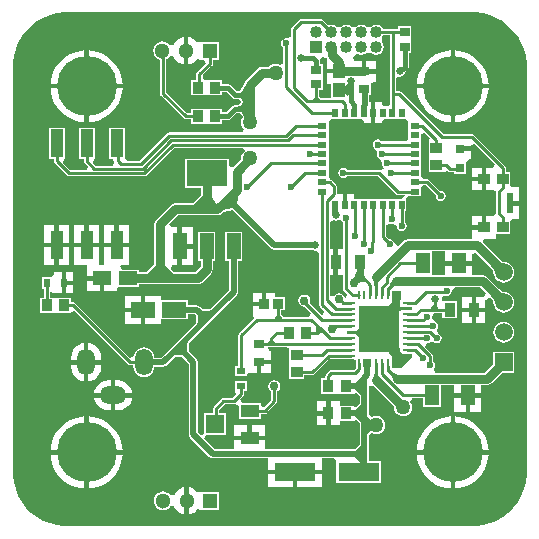
<source format=gtl>
G04*
G04 #@! TF.GenerationSoftware,Altium Limited,Altium Designer,21.1.1 (26)*
G04*
G04 Layer_Physical_Order=1*
G04 Layer_Color=255*
%FSLAX25Y25*%
%MOIN*%
G70*
G04*
G04 #@! TF.SameCoordinates,EC72FFD8-62BE-425B-AFB2-474ABE2E55C8*
G04*
G04*
G04 #@! TF.FilePolarity,Positive*
G04*
G01*
G75*
%ADD11C,0.01968*%
%ADD13C,0.02000*%
%ADD16R,0.01968X0.03150*%
%ADD17R,0.03150X0.01968*%
%ADD18R,0.02165X0.06693*%
%ADD19R,0.03937X0.03543*%
%ADD20R,0.03543X0.03150*%
%ADD21R,0.03543X0.03150*%
%ADD22R,0.04724X0.08661*%
%ADD23R,0.13780X0.08661*%
%ADD24R,0.03765X0.04749*%
%ADD25R,0.13780X0.06299*%
%ADD26R,0.03740X0.04134*%
%ADD27R,0.06102X0.04724*%
%ADD28R,0.02996X0.00955*%
G04:AMPARAMS|DCode=29|XSize=29.96mil|YSize=9.55mil|CornerRadius=4.77mil|HoleSize=0mil|Usage=FLASHONLY|Rotation=180.000|XOffset=0mil|YOffset=0mil|HoleType=Round|Shape=RoundedRectangle|*
%AMROUNDEDRECTD29*
21,1,0.02996,0.00000,0,0,180.0*
21,1,0.02042,0.00955,0,0,180.0*
1,1,0.00955,-0.01021,0.00000*
1,1,0.00955,0.01021,0.00000*
1,1,0.00955,0.01021,0.00000*
1,1,0.00955,-0.01021,0.00000*
%
%ADD29ROUNDEDRECTD29*%
G04:AMPARAMS|DCode=30|XSize=9.55mil|YSize=29.96mil|CornerRadius=4.77mil|HoleSize=0mil|Usage=FLASHONLY|Rotation=180.000|XOffset=0mil|YOffset=0mil|HoleType=Round|Shape=RoundedRectangle|*
%AMROUNDEDRECTD30*
21,1,0.00955,0.02042,0,0,180.0*
21,1,0.00000,0.02996,0,0,180.0*
1,1,0.00955,0.00000,0.01021*
1,1,0.00955,0.00000,0.01021*
1,1,0.00955,0.00000,-0.01021*
1,1,0.00955,0.00000,-0.01021*
%
%ADD30ROUNDEDRECTD30*%
%ADD31R,0.06299X0.04331*%
%ADD32R,0.06299X0.06299*%
%ADD33R,0.03543X0.04134*%
%ADD34R,0.03985X0.04758*%
%ADD35R,0.07874X0.05315*%
%ADD36R,0.04921X0.07087*%
%ADD37R,0.03347X0.02953*%
%ADD38R,0.04134X0.03543*%
%ADD39R,0.03543X0.02756*%
%ADD40R,0.02362X0.03150*%
%ADD41R,0.03150X0.03150*%
%ADD42R,0.04449X0.09606*%
%ADD43R,0.03150X0.02362*%
%ADD44R,0.03371X0.03379*%
%ADD45R,0.04134X0.03740*%
%ADD52R,0.13780X0.15748*%
%ADD71C,0.04000*%
%ADD72R,0.04000X0.04000*%
%ADD73C,0.01000*%
%ADD74C,0.01500*%
%ADD75C,0.03000*%
%ADD76R,0.02953X0.03051*%
%ADD77O,0.05906X0.08858*%
%ADD78O,0.08858X0.05906*%
%ADD79R,0.05118X0.05118*%
%ADD80C,0.05118*%
%ADD81C,0.20000*%
%ADD82C,0.05906*%
%ADD83R,0.05906X0.05906*%
%ADD84C,0.02500*%
%ADD85C,0.02362*%
%ADD86C,0.05000*%
%ADD87C,0.03000*%
G36*
X71060Y85320D02*
X73353Y84706D01*
X75547Y83797D01*
X77603Y82610D01*
X79486Y81165D01*
X81165Y79486D01*
X82610Y77603D01*
X83797Y75547D01*
X84706Y73353D01*
X85320Y71060D01*
X85630Y68707D01*
Y67520D01*
Y-67520D01*
Y-68707D01*
X85320Y-71060D01*
X84706Y-73354D01*
X83797Y-75547D01*
X82610Y-77603D01*
X81165Y-79486D01*
X79486Y-81165D01*
X77603Y-82610D01*
X75547Y-83797D01*
X73353Y-84706D01*
X71060Y-85320D01*
X68707Y-85630D01*
X-68707D01*
X-71060Y-85320D01*
X-73354Y-84706D01*
X-75547Y-83797D01*
X-77603Y-82610D01*
X-79486Y-81165D01*
X-81165Y-79486D01*
X-82610Y-77603D01*
X-83797Y-75547D01*
X-84706Y-73354D01*
X-85320Y-71060D01*
X-85630Y-68707D01*
Y-67520D01*
Y67520D01*
Y68707D01*
X-85320Y71060D01*
X-84706Y73353D01*
X-83797Y75547D01*
X-82610Y77603D01*
X-81165Y79486D01*
X-79486Y81165D01*
X-77603Y82610D01*
X-75547Y83797D01*
X-73354Y84706D01*
X-71060Y85320D01*
X-68707Y85630D01*
X68707D01*
X71060Y85320D01*
D02*
G37*
%LPC*%
G36*
X17000Y83520D02*
X10500D01*
X10110Y83442D01*
X9779Y83221D01*
X7279Y80721D01*
X7058Y80390D01*
X6980Y80000D01*
Y77795D01*
X6757Y77553D01*
X5780Y76977D01*
X5500Y77033D01*
X4844Y76903D01*
X4288Y76531D01*
X3916Y75975D01*
X3786Y75319D01*
X3916Y74663D01*
X4288Y74107D01*
X4480Y73978D01*
Y68891D01*
X4029Y68531D01*
X3280Y68217D01*
X2783Y68423D01*
X2000Y68526D01*
X1217Y68423D01*
X487Y68120D01*
X-140Y67640D01*
X-217Y67539D01*
X-2500D01*
X-3280Y67384D01*
X-3942Y66942D01*
X-7942Y62942D01*
X-8384Y62280D01*
X-8495Y61723D01*
X-9803Y59324D01*
X-10259Y59294D01*
X-10802Y59291D01*
X-10842Y59275D01*
X-10972D01*
X-13099Y61401D01*
X-13512Y61677D01*
X-14000Y61774D01*
X-15874D01*
Y63067D01*
X-20383D01*
X-20417Y63067D01*
X-21583D01*
X-22099Y63535D01*
X-22127Y64931D01*
X-19279Y67779D01*
X-19058Y68110D01*
X-18980Y68500D01*
Y69776D01*
X-16941D01*
Y75894D01*
X-22962D01*
X-23059Y75894D01*
X-24259Y75613D01*
X-24622Y76086D01*
X-25575Y76817D01*
X-26684Y77276D01*
X-27124Y77334D01*
Y72835D01*
Y68335D01*
X-26684Y68393D01*
X-25575Y68852D01*
X-24622Y69583D01*
X-24259Y70057D01*
X-23059Y69776D01*
X-22962Y69776D01*
X-21857D01*
X-21366Y68576D01*
X-24221Y65721D01*
X-24442Y65390D01*
X-24520Y65000D01*
Y63067D01*
X-26126D01*
Y57933D01*
X-21617D01*
X-21583Y57933D01*
X-20417D01*
X-20383Y57933D01*
X-15874D01*
Y59225D01*
X-14528D01*
X-12401Y57099D01*
X-11988Y56823D01*
X-11500Y56726D01*
X-10842D01*
X-10802Y56709D01*
X-10250Y56706D01*
X-10089Y56700D01*
X-9590Y55816D01*
X-10140Y54802D01*
X-10259Y54794D01*
X-10802Y54791D01*
X-10842Y54774D01*
X-11500D01*
X-11988Y54677D01*
X-12401Y54401D01*
X-14528Y52275D01*
X-15874D01*
Y53567D01*
X-20383D01*
X-20417Y53567D01*
X-21583D01*
X-21617Y53567D01*
X-26126D01*
Y52020D01*
X-27578D01*
X-34480Y58922D01*
Y70049D01*
X-34205Y70163D01*
X-33566Y70653D01*
X-33331Y70960D01*
X-32252Y70942D01*
X-31976Y70824D01*
X-31856Y70535D01*
X-31126Y69583D01*
X-30173Y68852D01*
X-29064Y68393D01*
X-28624Y68335D01*
Y72835D01*
Y77334D01*
X-29064Y77276D01*
X-30173Y76817D01*
X-31126Y76086D01*
X-31856Y75134D01*
X-31976Y74845D01*
X-32252Y74728D01*
X-33331Y74710D01*
X-33566Y75016D01*
X-34205Y75507D01*
X-34949Y75815D01*
X-35748Y75920D01*
X-36547Y75815D01*
X-37291Y75507D01*
X-37930Y75016D01*
X-38420Y74377D01*
X-38728Y73633D01*
X-38833Y72835D01*
X-38728Y72036D01*
X-38420Y71292D01*
X-37930Y70653D01*
X-37291Y70163D01*
X-36547Y69854D01*
X-36520Y69851D01*
Y58500D01*
X-36442Y58110D01*
X-36221Y57779D01*
X-28721Y50279D01*
X-28390Y50058D01*
X-28000Y49980D01*
X-26126D01*
Y48433D01*
X-21617D01*
X-21583Y48433D01*
X-20417D01*
X-20383Y48433D01*
X-15874D01*
Y49725D01*
X-14000D01*
X-13512Y49823D01*
X-13099Y50099D01*
X-10972Y52226D01*
X-10842D01*
X-10802Y52209D01*
X-10250Y52206D01*
X-9826Y52191D01*
X-9039Y50619D01*
X-9121Y50513D01*
X-9423Y49783D01*
X-9526Y49000D01*
X-9423Y48217D01*
X-9121Y47487D01*
X-8640Y46860D01*
X-8559Y46798D01*
X-8966Y45598D01*
X-33421D01*
X-33812Y45521D01*
X-34142Y45300D01*
X-43422Y36020D01*
X-47327D01*
X-48276Y36626D01*
Y47232D01*
X-53724D01*
Y36626D01*
X-52270D01*
X-51766Y35633D01*
X-52291Y34520D01*
X-58078D01*
X-58984Y35426D01*
X-58487Y36626D01*
X-58276D01*
Y47232D01*
X-63724D01*
Y36626D01*
X-62020D01*
Y36000D01*
X-61942Y35610D01*
X-61721Y35279D01*
X-60570Y34128D01*
X-61029Y33020D01*
X-66578D01*
X-68984Y35426D01*
X-68487Y36626D01*
X-68276D01*
Y47232D01*
X-73724D01*
Y36626D01*
X-72020D01*
Y36000D01*
X-71942Y35610D01*
X-71721Y35279D01*
X-71721Y35279D01*
X-67721Y31279D01*
X-67390Y31058D01*
X-67000Y30980D01*
X-41757D01*
X-41367Y31058D01*
X-41036Y31279D01*
X-31756Y40559D01*
X-8761D01*
X-8354Y39359D01*
X-8640Y39140D01*
X-9121Y38513D01*
X-9423Y37783D01*
X-9526Y37000D01*
X-9509Y36874D01*
X-12410Y33974D01*
X-12546Y33979D01*
X-13610Y34353D01*
Y36831D01*
X-28390D01*
Y27169D01*
X-23039D01*
Y24726D01*
X-25726Y22039D01*
X-31500D01*
X-32280Y21884D01*
X-32942Y21442D01*
X-37942Y16442D01*
X-38384Y15780D01*
X-38539Y15000D01*
Y1726D01*
X-41226Y-961D01*
X-43618D01*
Y-138D01*
X-49307D01*
X-49712Y462D01*
X-49845Y1062D01*
X-49662Y1268D01*
X-46776D01*
Y7321D01*
X-51000D01*
X-55224D01*
Y1362D01*
X-56776D01*
Y7321D01*
X-61000D01*
X-65224D01*
Y1268D01*
X-60882D01*
Y-2250D01*
X-55831D01*
Y-3000D01*
X-55081D01*
Y-7362D01*
X-50779D01*
Y-7038D01*
X-50721Y-5862D01*
X-49580Y-5862D01*
X-43618D01*
Y-5039D01*
X-24000D01*
X-23220Y-4884D01*
X-22558Y-4442D01*
X-19558Y-1442D01*
X-19558Y-1442D01*
X-19116Y-780D01*
X-18961Y0D01*
Y2760D01*
X-18138D01*
Y12421D01*
X-23862D01*
Y2760D01*
X-23039D01*
Y845D01*
X-24845Y-961D01*
X-31774D01*
X-32886Y151D01*
X-32427Y1260D01*
X-30805D01*
Y7591D01*
Y13921D01*
X-32998D01*
X-33495Y15121D01*
X-30655Y17961D01*
X-21042D01*
X-21042Y17960D01*
X-21040Y17961D01*
X-17500D01*
X-16720Y18116D01*
X-16058Y18558D01*
X-15505Y19112D01*
X-12396Y19733D01*
X419Y6919D01*
X915Y6587D01*
X1500Y6471D01*
X14389D01*
X14567Y6352D01*
X15250Y6216D01*
X15363Y6238D01*
X16463Y5505D01*
X16563Y5346D01*
Y-12047D01*
X16640Y-12437D01*
X16861Y-12768D01*
X18147Y-14053D01*
X17752Y-15355D01*
X17373Y-15431D01*
X13319Y-11377D01*
X13384Y-11280D01*
X13539Y-10500D01*
X13384Y-9720D01*
X12942Y-9058D01*
X12280Y-8616D01*
X11500Y-8461D01*
X10720Y-8616D01*
X10058Y-9058D01*
X9616Y-9720D01*
X9461Y-10500D01*
X9616Y-11280D01*
X10058Y-11942D01*
X10720Y-12384D01*
X11500Y-12539D01*
X11581Y-12523D01*
X13738Y-14680D01*
X13241Y-15880D01*
X4612D01*
X3886Y-15154D01*
Y-13689D01*
X5052D01*
Y-9311D01*
X1819D01*
Y-7811D01*
X-1116D01*
Y-11500D01*
X-1866D01*
Y-12250D01*
X-5552D01*
Y-15189D01*
X-5552D01*
X-5331Y-16389D01*
X-10162Y-21220D01*
X-10383Y-21551D01*
X-10460Y-21941D01*
Y-32260D01*
X-11575D01*
Y-35622D01*
X-7526D01*
X-7526Y-35622D01*
X-7425D01*
X-7170Y-34528D01*
X-6225Y-34528D01*
X-4250D01*
Y-30953D01*
X-3500D01*
Y-30203D01*
X272D01*
Y-27378D01*
X-120D01*
X-140Y-27357D01*
X-499Y-26060D01*
X-380Y-25941D01*
X377D01*
X394Y-25952D01*
X450Y-25941D01*
X550D01*
X606Y-25952D01*
X623Y-25941D01*
X5372D01*
X6433Y-26276D01*
Y-31016D01*
X6433D01*
Y-31984D01*
X6433D01*
Y-36724D01*
X11567D01*
Y-35374D01*
X14146D01*
X14536Y-35296D01*
X14867Y-35075D01*
X20064Y-29878D01*
X27147D01*
X27530Y-29875D01*
X28614Y-30300D01*
Y-31205D01*
X28591Y-31321D01*
Y-32967D01*
X28078Y-33480D01*
X20546D01*
X20155Y-33558D01*
X19825Y-33779D01*
X18825Y-34779D01*
X18604Y-35110D01*
X18526Y-35500D01*
Y-36333D01*
X17176D01*
Y-41467D01*
X21916D01*
Y-41467D01*
X22884Y-41467D01*
Y-41467D01*
X27624D01*
Y-41467D01*
X28824Y-41090D01*
X29971Y-42236D01*
Y-44764D01*
X28824Y-45910D01*
X27624Y-45433D01*
Y-45433D01*
X23416D01*
Y-43933D01*
X20296D01*
Y-48000D01*
Y-52067D01*
X23416D01*
Y-50567D01*
X27624D01*
Y-50567D01*
X28824Y-50090D01*
X29971Y-51236D01*
Y-51892D01*
X29969Y-51894D01*
X29971Y-51900D01*
Y-52100D01*
X29969Y-52106D01*
X29971Y-52108D01*
Y-58264D01*
X28264Y-59971D01*
X-1542D01*
Y-56978D01*
X-11841D01*
Y-59971D01*
X-18367D01*
X-21808Y-56529D01*
X-21291Y-55350D01*
X-20752Y-55350D01*
X-14459D01*
Y-48050D01*
X-16807D01*
X-16908Y-46850D01*
X-15078Y-45020D01*
X-12000D01*
X-11610Y-44942D01*
X-11541Y-44896D01*
X-10703Y-45187D01*
X-10341Y-45480D01*
Y-49838D01*
X-3042D01*
Y-48192D01*
X-1672D01*
X-1282Y-48114D01*
X-951Y-47893D01*
X2221Y-44721D01*
X2442Y-44390D01*
X2520Y-44000D01*
Y-40724D01*
X2942Y-40442D01*
X3384Y-39780D01*
X3539Y-39000D01*
X3384Y-38220D01*
X2942Y-37558D01*
X2280Y-37116D01*
X1500Y-36961D01*
X720Y-37116D01*
X58Y-37558D01*
X-384Y-38220D01*
X-539Y-39000D01*
X-384Y-39780D01*
X58Y-40442D01*
X480Y-40724D01*
Y-43578D01*
X-1842Y-45900D01*
X-3042Y-45542D01*
Y-44507D01*
X-4927D01*
X-5026Y-44488D01*
X-5125Y-44507D01*
X-9368D01*
X-9865Y-43307D01*
X-8779Y-42221D01*
X-8558Y-41890D01*
X-8480Y-41500D01*
Y-40740D01*
X-7425D01*
Y-37378D01*
X-11575D01*
Y-40740D01*
X-11575D01*
X-11382Y-41940D01*
X-12422Y-42980D01*
X-15500D01*
X-15890Y-43058D01*
X-16221Y-43279D01*
X-18721Y-45779D01*
X-18942Y-46110D01*
X-19020Y-46500D01*
Y-48050D01*
X-21758D01*
Y-54262D01*
X-21758Y-54882D01*
X-22938Y-55400D01*
X-23971Y-54366D01*
Y-30784D01*
X-24087Y-30198D01*
X-24419Y-29702D01*
X-27022Y-27099D01*
Y-24685D01*
X-20163Y-17826D01*
X-20161Y-17826D01*
X-20157Y-17820D01*
X-20017Y-17679D01*
X-20011Y-17676D01*
X-20010Y-17673D01*
X-10863Y-8526D01*
X-10532Y-8030D01*
X-10415Y-7445D01*
Y2760D01*
X-9083D01*
Y12421D01*
X-14807D01*
Y2760D01*
X-13474D01*
Y-6811D01*
X-19962Y-13299D01*
X-22375D01*
X-23255Y-12419D01*
X-23751Y-12087D01*
X-24337Y-11971D01*
X-27346D01*
Y-10343D01*
X-35080D01*
X-36220Y-10343D01*
X-36279Y-9167D01*
Y-8843D01*
X-41467D01*
Y-13500D01*
Y-18158D01*
X-36279D01*
Y-17833D01*
X-36220Y-16657D01*
X-35080Y-16657D01*
X-27346D01*
Y-15029D01*
X-24970D01*
X-24538Y-15461D01*
Y-17875D01*
X-31397Y-24734D01*
X-31399Y-24734D01*
X-31403Y-24740D01*
X-31473Y-24810D01*
X-31473Y-24810D01*
X-31543Y-24881D01*
X-31549Y-24884D01*
X-31550Y-24887D01*
X-36134Y-29471D01*
X-38461D01*
X-38573Y-28622D01*
X-38921Y-27782D01*
X-39474Y-27061D01*
X-40196Y-26508D01*
X-41036Y-26160D01*
X-41937Y-26041D01*
X-42838Y-26160D01*
X-43678Y-26508D01*
X-44399Y-27061D01*
X-44953Y-27782D01*
X-45301Y-28622D01*
X-45352Y-29009D01*
X-46546Y-29466D01*
X-46595Y-29463D01*
X-64779Y-11279D01*
X-65110Y-11058D01*
X-65500Y-10980D01*
X-66374D01*
Y-9433D01*
X-70883D01*
X-70917Y-9433D01*
X-72083D01*
X-72117Y-9433D01*
X-73335D01*
Y-7611D01*
X-73027Y-7484D01*
X-71827Y-8075D01*
Y-8075D01*
X-69396D01*
Y-4500D01*
Y-925D01*
X-71827D01*
Y-1576D01*
X-72673Y-2425D01*
X-73027Y-2425D01*
X-76035D01*
Y-6575D01*
X-75374D01*
Y-9433D01*
X-76626D01*
Y-14567D01*
X-72117D01*
X-72083Y-14567D01*
X-70917D01*
X-70883Y-14567D01*
X-66374D01*
Y-14265D01*
X-65174Y-13768D01*
X-47221Y-31721D01*
X-46890Y-31942D01*
X-46500Y-32020D01*
X-45419D01*
Y-32476D01*
X-45301Y-33378D01*
X-44953Y-34218D01*
X-44399Y-34939D01*
X-43678Y-35492D01*
X-42838Y-35840D01*
X-41937Y-35959D01*
X-41036Y-35840D01*
X-40196Y-35492D01*
X-39474Y-34939D01*
X-38921Y-34218D01*
X-38573Y-33378D01*
X-38461Y-32529D01*
X-35500D01*
X-34915Y-32413D01*
X-34419Y-32081D01*
X-31598Y-29261D01*
X-29185D01*
X-27029Y-31417D01*
Y-55000D01*
X-26913Y-55585D01*
X-26581Y-56081D01*
X-20081Y-62581D01*
X-19585Y-62913D01*
X-19000Y-63029D01*
X-520D01*
Y-66750D01*
X8370D01*
Y-67500D01*
D01*
Y-66750D01*
X17260D01*
Y-63029D01*
X21380D01*
X22240Y-63850D01*
Y-71150D01*
X37020D01*
Y-63850D01*
X33029D01*
Y-61608D01*
X33031Y-61606D01*
X33029Y-61600D01*
Y-61401D01*
X33031Y-61394D01*
X33029Y-61392D01*
Y-55366D01*
X33969Y-54606D01*
X33987Y-54620D01*
X34717Y-54923D01*
X35500Y-55026D01*
X36283Y-54923D01*
X37013Y-54620D01*
X37640Y-54140D01*
X38120Y-53513D01*
X38423Y-52783D01*
X38526Y-52000D01*
X38423Y-51217D01*
X38120Y-50487D01*
X37640Y-49860D01*
X37013Y-49380D01*
X36283Y-49077D01*
X35500Y-48974D01*
X34717Y-49077D01*
X33987Y-49380D01*
X33969Y-49394D01*
X33029Y-48634D01*
Y-48108D01*
X33031Y-48106D01*
X33029Y-48100D01*
Y-47901D01*
X33031Y-47894D01*
X33029Y-47892D01*
Y-39089D01*
X33035Y-39078D01*
X33641Y-38827D01*
X34309Y-38693D01*
X41491Y-45875D01*
X41474Y-46000D01*
X41577Y-46783D01*
X41879Y-47513D01*
X42360Y-48140D01*
X42987Y-48621D01*
X43717Y-48923D01*
X44500Y-49026D01*
X45283Y-48923D01*
X46013Y-48621D01*
X46640Y-48140D01*
X47120Y-47513D01*
X47423Y-46783D01*
X47526Y-46000D01*
X47423Y-45217D01*
X47120Y-44487D01*
X46915Y-44220D01*
X47376Y-43082D01*
X47434Y-43020D01*
X51035D01*
Y-46043D01*
X56957D01*
Y-38496D01*
X61543D01*
Y-41250D01*
X66004D01*
X70465D01*
Y-38539D01*
X72500D01*
X73280Y-38384D01*
X73942Y-37942D01*
X77431Y-34453D01*
X81453D01*
Y-27547D01*
X74547D01*
Y-31569D01*
X71655Y-34461D01*
X69511D01*
X69293Y-34418D01*
X55068D01*
X54704Y-33217D01*
X54712Y-33212D01*
X55084Y-32656D01*
X55214Y-32000D01*
X55084Y-31344D01*
X54712Y-30788D01*
X54520Y-30659D01*
Y-29000D01*
X54442Y-28610D01*
X54221Y-28279D01*
X51746Y-25804D01*
X52337Y-24699D01*
X52416Y-24714D01*
X53071Y-24584D01*
X53628Y-24212D01*
X54447D01*
X55003Y-24584D01*
X55659Y-24714D01*
X56314Y-24584D01*
X56871Y-24212D01*
X57242Y-23656D01*
X57373Y-23000D01*
X57242Y-22344D01*
X56871Y-21788D01*
X56314Y-21416D01*
X56126Y-21379D01*
X55856Y-20565D01*
X55778Y-20132D01*
X56106Y-19641D01*
X56237Y-18985D01*
X56106Y-18329D01*
X55734Y-17773D01*
X55178Y-17401D01*
X55046Y-17375D01*
X54418Y-16906D01*
X54191Y-16113D01*
X54214Y-16000D01*
X54158Y-15720D01*
X54267Y-15536D01*
X54894Y-14531D01*
X54950Y-14520D01*
X55050D01*
X55106Y-14531D01*
X55123Y-14520D01*
X57582D01*
Y-16374D01*
X62347D01*
Y-10626D01*
X57883D01*
X57538Y-10429D01*
X57364Y-9962D01*
X57906Y-8890D01*
X58344Y-8765D01*
X59000Y-8895D01*
X59656Y-8765D01*
X60212Y-8393D01*
X60584Y-7837D01*
X60714Y-7181D01*
X61592Y-6039D01*
X70155D01*
X72129Y-8013D01*
X72116Y-8038D01*
X71545Y-9126D01*
X70872Y-9126D01*
X68785D01*
Y-12750D01*
X71918D01*
Y-10261D01*
X71921Y-10255D01*
X73047Y-9328D01*
X73492Y-9378D01*
X73899Y-9817D01*
X74054Y-10007D01*
X74187Y-10189D01*
X74295Y-10358D01*
X74379Y-10513D01*
X74440Y-10652D01*
X74479Y-10774D01*
X74499Y-10878D01*
X74507Y-11004D01*
X74522Y-11034D01*
X74636Y-11901D01*
X74984Y-12741D01*
X75538Y-13463D01*
X76259Y-14016D01*
X77099Y-14364D01*
X78000Y-14482D01*
X78901Y-14364D01*
X79741Y-14016D01*
X80462Y-13463D01*
X81016Y-12741D01*
X81364Y-11901D01*
X81482Y-11000D01*
X81364Y-10099D01*
X81016Y-9259D01*
X80462Y-8538D01*
X79741Y-7984D01*
X78901Y-7636D01*
X78034Y-7522D01*
X78004Y-7507D01*
X77878Y-7499D01*
X77774Y-7479D01*
X77652Y-7440D01*
X77513Y-7379D01*
X77358Y-7295D01*
X77189Y-7187D01*
X77012Y-7058D01*
X76603Y-6709D01*
X76385Y-6499D01*
X76381Y-6497D01*
X72442Y-2558D01*
X71780Y-2116D01*
X71000Y-1961D01*
X67465D01*
Y1250D01*
X63004D01*
X58543D01*
Y-1961D01*
X53957D01*
Y5961D01*
X58543D01*
Y2750D01*
X63004D01*
X67465D01*
Y4955D01*
X68665Y5452D01*
X73490Y626D01*
X73492Y622D01*
X73899Y183D01*
X74054Y-7D01*
X74187Y-189D01*
X74295Y-358D01*
X74379Y-513D01*
X74440Y-652D01*
X74479Y-774D01*
X74499Y-878D01*
X74507Y-1004D01*
X74522Y-1034D01*
X74636Y-1901D01*
X74984Y-2741D01*
X75538Y-3463D01*
X76259Y-4016D01*
X77099Y-4364D01*
X78000Y-4482D01*
X78901Y-4364D01*
X79741Y-4016D01*
X80462Y-3463D01*
X81016Y-2741D01*
X81364Y-1901D01*
X81482Y-1000D01*
X81364Y-99D01*
X81016Y741D01*
X80462Y1462D01*
X79741Y2016D01*
X78901Y2364D01*
X78034Y2478D01*
X78004Y2493D01*
X77878Y2501D01*
X77774Y2521D01*
X77652Y2560D01*
X77513Y2621D01*
X77358Y2705D01*
X77189Y2813D01*
X77012Y2942D01*
X76603Y3291D01*
X76385Y3501D01*
X76381Y3503D01*
X70926Y8958D01*
X71423Y10158D01*
X75319D01*
Y11658D01*
X80118D01*
Y16201D01*
X81131Y16654D01*
X83193D01*
Y21250D01*
X80110D01*
Y22750D01*
X83193D01*
Y27346D01*
X81131D01*
X80118Y27799D01*
Y32342D01*
X78669D01*
Y33850D01*
X78592Y34241D01*
X78371Y34571D01*
X68221Y44721D01*
X67890Y44942D01*
X67500Y45020D01*
X57922D01*
X43721Y59221D01*
X43390Y59442D01*
X43000Y59520D01*
X42020D01*
Y63441D01*
X42223Y63673D01*
X43220Y64271D01*
X43500Y64216D01*
X44183Y64351D01*
X44762Y64738D01*
X45149Y65317D01*
X45280Y65977D01*
X45901Y66599D01*
X46178Y67012D01*
X46275Y67500D01*
Y71965D01*
X47173D01*
Y75917D01*
X47173D01*
Y77083D01*
X47173D01*
Y81035D01*
X42827D01*
Y80020D01*
X37826D01*
X37302Y80802D01*
X36476Y81355D01*
X35500Y81549D01*
X34525Y81355D01*
X33698Y80802D01*
X32302Y80802D01*
X31475Y81355D01*
X30500Y81549D01*
X29524Y81355D01*
X28698Y80802D01*
X27302D01*
X26476Y81355D01*
X25500Y81549D01*
X24524Y81355D01*
X23698Y80802D01*
X22302Y80802D01*
X21475Y81355D01*
X20500Y81549D01*
X19577Y81365D01*
X17721Y83221D01*
X17390Y83442D01*
X17000Y83520D01*
D02*
G37*
G36*
X-60274Y73002D02*
Y61774D01*
X-49046D01*
X-49135Y62907D01*
X-49576Y64743D01*
X-50299Y66488D01*
X-51285Y68099D01*
X-52512Y69535D01*
X-53948Y70762D01*
X-55559Y71749D01*
X-57304Y72472D01*
X-59141Y72913D01*
X-60274Y73002D01*
D02*
G37*
G36*
X61774D02*
Y61774D01*
X73002D01*
X72913Y62907D01*
X72472Y64743D01*
X71749Y66488D01*
X70762Y68099D01*
X69535Y69535D01*
X68099Y70762D01*
X66488Y71749D01*
X64743Y72472D01*
X62907Y72913D01*
X61774Y73002D01*
D02*
G37*
G36*
X-61774D02*
X-62907Y72913D01*
X-64743Y72472D01*
X-66488Y71749D01*
X-68099Y70762D01*
X-69535Y69535D01*
X-70762Y68099D01*
X-71749Y66488D01*
X-72472Y64743D01*
X-72913Y62907D01*
X-73002Y61774D01*
X-61774D01*
Y73002D01*
D02*
G37*
G36*
X60274D02*
X59141Y72913D01*
X57304Y72472D01*
X55559Y71749D01*
X53948Y70762D01*
X52512Y69535D01*
X51285Y68099D01*
X50299Y66488D01*
X49576Y64743D01*
X49135Y62907D01*
X49046Y61774D01*
X60274D01*
Y73002D01*
D02*
G37*
G36*
X73002Y60274D02*
X61774D01*
Y49046D01*
X62907Y49135D01*
X64743Y49576D01*
X66488Y50299D01*
X68099Y51285D01*
X69535Y52512D01*
X70762Y53948D01*
X71749Y55559D01*
X72472Y57304D01*
X72913Y59141D01*
X73002Y60274D01*
D02*
G37*
G36*
X-49046D02*
X-60274D01*
Y49046D01*
X-59141Y49135D01*
X-57304Y49576D01*
X-55559Y50299D01*
X-53948Y51285D01*
X-52512Y52512D01*
X-51285Y53948D01*
X-50299Y55559D01*
X-49576Y57304D01*
X-49135Y59141D01*
X-49046Y60274D01*
D02*
G37*
G36*
X-61774D02*
X-73002D01*
X-72913Y59141D01*
X-72472Y57304D01*
X-71749Y55559D01*
X-70762Y53948D01*
X-69535Y52512D01*
X-68099Y51285D01*
X-66488Y50299D01*
X-64743Y49576D01*
X-62907Y49135D01*
X-61774Y49046D01*
Y60274D01*
D02*
G37*
G36*
X60274D02*
X49046D01*
X49135Y59141D01*
X49576Y57304D01*
X50299Y55559D01*
X51285Y53948D01*
X52512Y52512D01*
X53948Y51285D01*
X55559Y50299D01*
X57304Y49576D01*
X59141Y49135D01*
X60274Y49046D01*
Y60274D01*
D02*
G37*
G36*
X-46776Y14874D02*
X-50250D01*
Y8821D01*
X-46776D01*
Y14874D01*
D02*
G37*
G36*
X-66776D02*
X-70250D01*
Y8821D01*
X-66776D01*
Y14874D01*
D02*
G37*
G36*
X-56776D02*
X-60250D01*
Y8821D01*
X-56776D01*
Y14874D01*
D02*
G37*
G36*
X-51750D02*
X-55224D01*
Y8821D01*
X-51750D01*
Y14874D01*
D02*
G37*
G36*
X-61750D02*
X-65224D01*
Y8821D01*
X-61750D01*
Y14874D01*
D02*
G37*
G36*
X-71750D02*
X-75224D01*
Y8821D01*
X-71750D01*
Y14874D01*
D02*
G37*
G36*
X-25693Y13921D02*
X-29305D01*
Y8341D01*
X-25693D01*
Y13921D01*
D02*
G37*
G36*
X-66776Y7321D02*
X-70250D01*
Y1268D01*
X-66776D01*
Y7321D01*
D02*
G37*
G36*
X-71750D02*
X-75224D01*
Y1268D01*
X-71750D01*
Y7321D01*
D02*
G37*
G36*
X-25693Y6841D02*
X-29305D01*
Y1260D01*
X-25693D01*
Y6841D01*
D02*
G37*
G36*
X-65465Y-925D02*
X-67896D01*
Y-3750D01*
X-65465D01*
Y-925D01*
D02*
G37*
G36*
X-56581Y-3750D02*
X-60882D01*
Y-7362D01*
X-56581D01*
Y-3750D01*
D02*
G37*
G36*
X-65465Y-5250D02*
X-67896D01*
Y-8075D01*
X-65465D01*
Y-5250D01*
D02*
G37*
G36*
X-2616Y-7811D02*
X-5552D01*
Y-10750D01*
X-2616D01*
Y-7811D01*
D02*
G37*
G36*
X67285Y-9126D02*
X64153D01*
Y-12750D01*
X67285D01*
Y-9126D01*
D02*
G37*
G36*
X-42966Y-8843D02*
X-48153D01*
Y-12750D01*
X-42966D01*
Y-8843D01*
D02*
G37*
G36*
X71918Y-14250D02*
X68785D01*
Y-17874D01*
X71918D01*
Y-14250D01*
D02*
G37*
G36*
X67285D02*
X64153D01*
Y-17874D01*
X67285D01*
Y-14250D01*
D02*
G37*
G36*
X-42966D02*
X-48153D01*
Y-18158D01*
X-42966D01*
Y-14250D01*
D02*
G37*
G36*
X78000Y-17517D02*
X77099Y-17636D01*
X76259Y-17984D01*
X75538Y-18538D01*
X74984Y-19259D01*
X74636Y-20099D01*
X74518Y-21000D01*
X74636Y-21901D01*
X74984Y-22741D01*
X75538Y-23462D01*
X76259Y-24016D01*
X77099Y-24364D01*
X78000Y-24483D01*
X78901Y-24364D01*
X79741Y-24016D01*
X80462Y-23462D01*
X81016Y-22741D01*
X81364Y-21901D01*
X81482Y-21000D01*
X81364Y-20099D01*
X81016Y-19259D01*
X80462Y-18538D01*
X79741Y-17984D01*
X78901Y-17636D01*
X78000Y-17517D01*
D02*
G37*
G36*
X-60478Y-24627D02*
Y-30250D01*
X-56233D01*
Y-29524D01*
X-56403Y-28231D01*
X-56902Y-27026D01*
X-57696Y-25991D01*
X-58731Y-25197D01*
X-59935Y-24698D01*
X-60478Y-24627D01*
D02*
G37*
G36*
X-61978D02*
X-62521Y-24698D01*
X-63726Y-25197D01*
X-64761Y-25991D01*
X-65555Y-27026D01*
X-66054Y-28231D01*
X-66224Y-29524D01*
Y-30250D01*
X-61978D01*
Y-24627D01*
D02*
G37*
G36*
X272Y-31703D02*
X-2750D01*
Y-34528D01*
X272D01*
Y-31703D01*
D02*
G37*
G36*
X-56233Y-31750D02*
X-60478D01*
Y-37373D01*
X-59935Y-37302D01*
X-58731Y-36803D01*
X-57696Y-36009D01*
X-56902Y-34974D01*
X-56403Y-33769D01*
X-56233Y-32476D01*
Y-31750D01*
D02*
G37*
G36*
X-61978D02*
X-66224D01*
Y-32476D01*
X-66054Y-33769D01*
X-65555Y-34974D01*
X-64761Y-36009D01*
X-63726Y-36803D01*
X-62521Y-37302D01*
X-61978Y-37373D01*
Y-31750D01*
D02*
G37*
G36*
X-50697Y-37028D02*
X-51423D01*
Y-41274D01*
X-45800D01*
X-45872Y-40731D01*
X-46371Y-39526D01*
X-47164Y-38491D01*
X-48199Y-37697D01*
X-49404Y-37198D01*
X-50697Y-37028D01*
D02*
G37*
G36*
X-52923D02*
X-53650D01*
X-54943Y-37198D01*
X-56147Y-37697D01*
X-57182Y-38491D01*
X-57976Y-39526D01*
X-58475Y-40731D01*
X-58546Y-41274D01*
X-52923D01*
Y-37028D01*
D02*
G37*
G36*
X-45800Y-42774D02*
X-51423D01*
Y-47019D01*
X-50697D01*
X-49404Y-46849D01*
X-48199Y-46350D01*
X-47164Y-45556D01*
X-46371Y-44521D01*
X-45872Y-43317D01*
X-45800Y-42774D01*
D02*
G37*
G36*
X-52923D02*
X-58546D01*
X-58475Y-43317D01*
X-57976Y-44521D01*
X-57182Y-45556D01*
X-56147Y-46350D01*
X-54943Y-46849D01*
X-53650Y-47019D01*
X-52923D01*
Y-42774D01*
D02*
G37*
G36*
X18796Y-43933D02*
X15676D01*
Y-47250D01*
X18796D01*
Y-43933D01*
D02*
G37*
G36*
X70465Y-42750D02*
X66754D01*
Y-47543D01*
X70465D01*
Y-42750D01*
D02*
G37*
G36*
X65254D02*
X61543D01*
Y-47543D01*
X65254D01*
Y-42750D01*
D02*
G37*
G36*
X18796Y-48750D02*
X15676D01*
Y-52067D01*
X18796D01*
Y-48750D01*
D02*
G37*
G36*
X-1542Y-52062D02*
X-5941D01*
Y-55478D01*
X-1542D01*
Y-52062D01*
D02*
G37*
G36*
X-7441D02*
X-11841D01*
Y-55478D01*
X-7441D01*
Y-52062D01*
D02*
G37*
G36*
X61774Y-49046D02*
Y-60274D01*
X73002D01*
X72913Y-59141D01*
X72472Y-57304D01*
X71749Y-55559D01*
X70762Y-53948D01*
X69535Y-52512D01*
X68099Y-51285D01*
X66488Y-50299D01*
X64743Y-49576D01*
X62907Y-49135D01*
X61774Y-49046D01*
D02*
G37*
G36*
X60274D02*
X59141Y-49135D01*
X57304Y-49576D01*
X55559Y-50299D01*
X53948Y-51285D01*
X52512Y-52512D01*
X51285Y-53948D01*
X50299Y-55559D01*
X49576Y-57304D01*
X49135Y-59141D01*
X49046Y-60274D01*
X60274D01*
Y-49046D01*
D02*
G37*
G36*
X-60274D02*
Y-60274D01*
X-49046D01*
X-49135Y-59141D01*
X-49576Y-57304D01*
X-50299Y-55559D01*
X-51285Y-53948D01*
X-52512Y-52512D01*
X-53948Y-51285D01*
X-55559Y-50299D01*
X-57304Y-49576D01*
X-59141Y-49135D01*
X-60274Y-49046D01*
D02*
G37*
G36*
X-61774D02*
X-62907Y-49135D01*
X-64743Y-49576D01*
X-66488Y-50299D01*
X-68099Y-51285D01*
X-69535Y-52512D01*
X-70762Y-53948D01*
X-71749Y-55559D01*
X-72472Y-57304D01*
X-72913Y-59141D01*
X-73002Y-60274D01*
X-61774D01*
Y-49046D01*
D02*
G37*
G36*
X17260Y-68250D02*
X9120D01*
Y-72650D01*
X17260D01*
Y-68250D01*
D02*
G37*
G36*
X7620D02*
X-520D01*
Y-72650D01*
X7620D01*
Y-68250D01*
D02*
G37*
G36*
X73002Y-61774D02*
X61774D01*
Y-73002D01*
X62907Y-72913D01*
X64743Y-72472D01*
X66488Y-71749D01*
X68099Y-70762D01*
X69535Y-69535D01*
X70762Y-68099D01*
X71749Y-66488D01*
X72472Y-64743D01*
X72913Y-62907D01*
X73002Y-61774D01*
D02*
G37*
G36*
X60274D02*
X49046D01*
X49135Y-62907D01*
X49576Y-64743D01*
X50299Y-66488D01*
X51285Y-68099D01*
X52512Y-69535D01*
X53948Y-70762D01*
X55559Y-71749D01*
X57304Y-72472D01*
X59141Y-72913D01*
X60274Y-73002D01*
Y-61774D01*
D02*
G37*
G36*
X-49046D02*
X-60274D01*
Y-73002D01*
X-59141Y-72913D01*
X-57304Y-72472D01*
X-55559Y-71749D01*
X-53948Y-70762D01*
X-52512Y-69535D01*
X-51285Y-68099D01*
X-50299Y-66488D01*
X-49576Y-64743D01*
X-49135Y-62907D01*
X-49046Y-61774D01*
D02*
G37*
G36*
X-61774D02*
X-73002D01*
X-72913Y-62907D01*
X-72472Y-64743D01*
X-71749Y-66488D01*
X-70762Y-68099D01*
X-69535Y-69535D01*
X-68099Y-70762D01*
X-66488Y-71749D01*
X-64743Y-72472D01*
X-62907Y-72913D01*
X-61774Y-73002D01*
Y-61774D01*
D02*
G37*
G36*
X-28450Y-72666D02*
X-28890Y-72724D01*
X-29999Y-73183D01*
X-30951Y-73914D01*
X-31682Y-74866D01*
X-31802Y-75155D01*
X-32078Y-75272D01*
X-33157Y-75290D01*
X-33392Y-74984D01*
X-34031Y-74493D01*
X-34776Y-74185D01*
X-35574Y-74080D01*
X-36373Y-74185D01*
X-37117Y-74493D01*
X-37756Y-74984D01*
X-38246Y-75623D01*
X-38554Y-76367D01*
X-38660Y-77165D01*
X-38554Y-77964D01*
X-38246Y-78708D01*
X-37756Y-79347D01*
X-37117Y-79837D01*
X-36373Y-80146D01*
X-35574Y-80251D01*
X-34776Y-80146D01*
X-34031Y-79837D01*
X-33392Y-79347D01*
X-33157Y-79040D01*
X-32078Y-79058D01*
X-31802Y-79176D01*
X-31682Y-79465D01*
X-30951Y-80417D01*
X-29999Y-81148D01*
X-28890Y-81607D01*
X-28450Y-81665D01*
Y-77165D01*
Y-72666D01*
D02*
G37*
G36*
X-26950D02*
Y-77165D01*
Y-81665D01*
X-26510Y-81607D01*
X-25401Y-81148D01*
X-24448Y-80417D01*
X-24085Y-79943D01*
X-22885Y-80224D01*
X-22788Y-80224D01*
X-16767D01*
Y-74106D01*
X-22788D01*
X-22885Y-74106D01*
X-24085Y-74387D01*
X-24448Y-73914D01*
X-25401Y-73183D01*
X-26510Y-72724D01*
X-26950Y-72666D01*
D02*
G37*
%LPD*%
G36*
X39980Y58500D02*
Y55133D01*
X39416Y54566D01*
X38051Y54565D01*
X37484Y55132D01*
Y55783D01*
X35250D01*
Y52209D01*
Y48634D01*
X37484D01*
Y49285D01*
X38333Y50134D01*
X39134D01*
X40334Y50134D01*
X42283Y50134D01*
X43483Y50134D01*
X45324D01*
X45794Y49723D01*
X46205Y49253D01*
X46205Y46394D01*
X46205Y45194D01*
X46205Y43244D01*
X45272Y42598D01*
X37341D01*
X37212Y42791D01*
X36656Y43162D01*
X36000Y43293D01*
X35344Y43162D01*
X34788Y42791D01*
X34416Y42235D01*
X34286Y41579D01*
X34416Y40923D01*
X34788Y40367D01*
X35197Y39963D01*
X35542Y39583D01*
X35621Y39351D01*
X35786Y38429D01*
X35916Y37773D01*
X36288Y37217D01*
X36697Y36814D01*
X37042Y36434D01*
X37121Y36201D01*
X37286Y35280D01*
X37416Y34624D01*
X37788Y34067D01*
X38197Y33664D01*
X38204Y33657D01*
X38151Y33488D01*
X37941Y33315D01*
X36890Y32942D01*
X36500Y33020D01*
X26026D01*
X25789Y33374D01*
X25233Y33746D01*
X24577Y33876D01*
X23922Y33746D01*
X23365Y33374D01*
X22994Y32818D01*
X22863Y32162D01*
X22994Y31506D01*
X23365Y30950D01*
X23922Y30578D01*
X24577Y30448D01*
X25233Y30578D01*
X25789Y30950D01*
X25810Y30980D01*
X36078D01*
X41948Y25110D01*
X42279Y24889D01*
X42669Y24811D01*
X44914D01*
X44928Y24775D01*
X44097Y23575D01*
X42465Y23575D01*
X41265Y23575D01*
X39315Y23575D01*
X38115Y23575D01*
X36165Y23575D01*
X34965Y23575D01*
X33016D01*
Y23575D01*
X32835D01*
Y23575D01*
X29866D01*
Y23575D01*
X29685D01*
Y23575D01*
X28035D01*
Y25075D01*
X25801D01*
Y21500D01*
X24301D01*
Y25075D01*
X22520D01*
Y27500D01*
X22442Y27890D01*
X22221Y28221D01*
X20721Y29721D01*
X20519Y29856D01*
X20251Y30098D01*
X19807Y30597D01*
X19646Y31080D01*
X19646Y31665D01*
X19646Y33614D01*
X19646Y34814D01*
X19646Y36764D01*
X19646Y37964D01*
X19646Y39913D01*
X19646Y41113D01*
Y43063D01*
X19646D01*
Y43244D01*
X19646D01*
Y46213D01*
X19646D01*
Y46394D01*
X19646D01*
Y49253D01*
X20057Y49723D01*
X20526Y50134D01*
X23386D01*
Y50134D01*
X23567D01*
Y50134D01*
X26535D01*
Y50134D01*
X26717D01*
Y50134D01*
X29685Y50134D01*
X30667Y50134D01*
X31516Y49285D01*
Y48634D01*
X33750D01*
Y52209D01*
Y55783D01*
X33138D01*
Y57972D01*
X33772D01*
X33772Y62122D01*
X34866Y62378D01*
X35272D01*
Y65203D01*
X31500D01*
Y65953D01*
X30750D01*
Y69528D01*
X28149D01*
X27806Y70728D01*
X28353Y71147D01*
X28994Y71983D01*
X29011Y71988D01*
X29525Y71645D01*
X30500Y71451D01*
X31475Y71645D01*
X32302Y72198D01*
X33698Y72198D01*
X34525Y71645D01*
X35500Y71451D01*
X36476Y71645D01*
X37302Y72198D01*
X37855Y73025D01*
X38049Y74000D01*
X37855Y74976D01*
X37302Y75802D01*
X37302Y77191D01*
X37325Y77231D01*
X37826Y77980D01*
X39980D01*
Y58500D01*
D02*
G37*
G36*
X27750Y60000D02*
X26250Y57750D01*
X24750Y59250D01*
Y60750D01*
X26250Y62250D01*
X27750Y60000D01*
D02*
G37*
G36*
X18483Y70506D02*
X18952Y70312D01*
X19008Y70229D01*
Y66907D01*
X23000D01*
Y65407D01*
X19008D01*
Y61778D01*
X20508D01*
Y57020D01*
X17246D01*
X16520Y57746D01*
Y59760D01*
X17772D01*
Y63516D01*
X17772D01*
Y64287D01*
X17772D01*
Y68437D01*
X16774D01*
Y69500D01*
X16748Y69631D01*
X17329Y70608D01*
X17560Y70828D01*
X18019Y70862D01*
X18483Y70506D01*
D02*
G37*
G36*
X17000Y56500D02*
X15500Y55500D01*
X14000Y56500D01*
X15000Y57500D01*
X16000D01*
X17000Y56500D01*
D02*
G37*
G36*
X-5000Y58000D02*
X-6800Y55750D01*
X-5000Y53500D01*
X-8000Y49750D01*
X-9486Y52721D01*
X-10240Y52747D01*
X-10799Y52750D01*
Y54250D01*
X-10240Y54253D01*
X-9473Y54304D01*
X-8750Y55750D01*
X-9486Y57221D01*
X-10240Y57247D01*
X-10799Y57250D01*
Y58750D01*
X-10240Y58753D01*
X-9471Y58804D01*
X-8000Y61500D01*
X-5000Y58000D01*
D02*
G37*
G36*
X53372Y43686D02*
X52933Y42626D01*
X52933D01*
Y38117D01*
X52933Y38083D01*
Y36917D01*
X52933Y36883D01*
Y32374D01*
X58067D01*
Y32374D01*
X59267Y32791D01*
X59279Y32779D01*
X59610Y32558D01*
X60000Y32480D01*
X61425D01*
Y31677D01*
X65575D01*
Y35473D01*
X65575Y35827D01*
X66424Y36673D01*
X67075D01*
Y39498D01*
X63500D01*
Y40998D01*
X67075D01*
Y41286D01*
X68275Y41783D01*
X75016Y35043D01*
X74519Y33843D01*
X72100D01*
Y30071D01*
Y26299D01*
X74316D01*
X75357Y26032D01*
X75480Y25166D01*
Y18834D01*
X75427Y18456D01*
X74498Y17701D01*
X72100D01*
Y13929D01*
X71350D01*
Y13179D01*
X67382D01*
Y11239D01*
X67382Y10158D01*
X66231Y10039D01*
X46000D01*
X45220Y9884D01*
X44558Y9442D01*
X42822Y7705D01*
X41714Y8288D01*
X41584Y8944D01*
X41212Y9500D01*
X40656Y9872D01*
X40000Y10002D01*
X39773Y9957D01*
X38669Y11061D01*
Y14656D01*
X39869Y15204D01*
X40004Y15114D01*
X40660Y14984D01*
X41179Y15087D01*
X41728Y14796D01*
X42318Y14340D01*
X42416Y13844D01*
X42788Y13288D01*
X43344Y12916D01*
X44000Y12786D01*
X44656Y12916D01*
X45212Y13288D01*
X45584Y13844D01*
X45714Y14500D01*
X45584Y15156D01*
X45212Y15712D01*
X44994Y15858D01*
Y19425D01*
X45433D01*
Y23466D01*
X45844Y23935D01*
X46314Y24347D01*
X50354D01*
X50354Y27315D01*
X51287Y27961D01*
X52097D01*
X55331Y24727D01*
X55286Y24500D01*
X55416Y23844D01*
X55788Y23288D01*
X56344Y22916D01*
X57000Y22786D01*
X57656Y22916D01*
X58212Y23288D01*
X58584Y23844D01*
X58714Y24500D01*
X58584Y25156D01*
X58212Y25712D01*
X57656Y26084D01*
X57000Y26214D01*
X56773Y26169D01*
X53240Y29702D01*
X52910Y29923D01*
X52519Y30000D01*
X51287D01*
X50354Y30646D01*
X50354Y31665D01*
X50354Y33614D01*
X50354Y34814D01*
X50354Y36764D01*
X50354Y37964D01*
X50354Y39913D01*
X50354Y41113D01*
X50354Y43063D01*
X50354Y45007D01*
X51554Y45504D01*
X53372Y43686D01*
D02*
G37*
G36*
X-10818Y21732D02*
X-12232Y20318D01*
X-15768Y19611D01*
X-15061Y24561D01*
X-10111Y25268D01*
X-10818Y21732D01*
D02*
G37*
G36*
X-17500Y21500D02*
X-21000Y18500D01*
X-25500Y21500D01*
X-22500Y24500D01*
X-19500D01*
X-17500Y21500D01*
D02*
G37*
G36*
X76239Y2890D02*
X76676Y2517D01*
X76884Y2366D01*
X77083Y2238D01*
X77276Y2134D01*
X77461Y2054D01*
X77638Y1996D01*
X77808Y1963D01*
X77970Y1953D01*
X75047Y-970D01*
X75037Y-808D01*
X75004Y-638D01*
X74946Y-461D01*
X74866Y-276D01*
X74761Y-83D01*
X74634Y117D01*
X74483Y324D01*
X74308Y539D01*
X73888Y991D01*
X76010Y3112D01*
X76239Y2890D01*
D02*
G37*
G36*
X31365Y-1999D02*
X30719Y-1647D01*
X30968Y-2396D01*
X31365Y-1999D01*
X31378Y-2069D01*
X31420Y-2160D01*
X31489Y-2273D01*
X31586Y-2408D01*
X31862Y-2743D01*
X32483Y-3408D01*
X32745Y-3673D01*
X32038Y-4380D01*
X31773Y-4118D01*
X31387Y-3780D01*
X29304Y-4475D01*
X27951Y-3000D01*
X29365Y414D01*
X31365Y-1999D01*
D02*
G37*
G36*
X-32000Y-1500D02*
X-36500Y-4500D01*
X-41000Y-1500D01*
X-38000Y1500D01*
X-35000D01*
X-32000Y-1500D01*
D02*
G37*
G36*
X36470Y-3679D02*
X36375Y-3858D01*
X36291Y-4082D01*
X36218Y-4351D01*
X36156Y-4664D01*
X36106Y-5021D01*
X36038Y-5871D01*
X36016Y-6899D01*
X35016D01*
X35010Y-6362D01*
X34875Y-4664D01*
X34814Y-4351D01*
X34741Y-4082D01*
X34657Y-3858D01*
X34561Y-3679D01*
X34454Y-3544D01*
X36577D01*
X36470Y-3679D01*
D02*
G37*
G36*
X42135Y-5494D02*
X41930Y-5525D01*
X41718Y-5579D01*
X41500Y-5659D01*
X41276Y-5763D01*
X41046Y-5892D01*
X40810Y-6044D01*
X40568Y-6222D01*
X40066Y-6650D01*
X39806Y-6901D01*
X39099Y-6194D01*
X39350Y-5934D01*
X39778Y-5432D01*
X39956Y-5190D01*
X40108Y-4954D01*
X40237Y-4724D01*
X40341Y-4500D01*
X40420Y-4282D01*
X40475Y-4070D01*
X40506Y-3865D01*
X42135Y-5494D01*
D02*
G37*
G36*
X21317Y16352D02*
X22000Y16216D01*
X22683Y16352D01*
X22690Y16357D01*
X23731Y16346D01*
X24148Y15997D01*
X24288Y15788D01*
X24480Y15659D01*
Y6874D01*
X22715D01*
Y2500D01*
Y-1874D01*
X24480D01*
Y-6500D01*
X24558Y-6890D01*
X24779Y-7221D01*
X25899Y-8342D01*
X25355Y-9494D01*
X24961Y-9455D01*
X24928Y-9290D01*
X24486Y-8629D01*
X23824Y-8187D01*
X23044Y-8032D01*
X22264Y-8187D01*
X21602Y-8629D01*
X21302Y-9078D01*
X20288Y-8951D01*
X20102Y-8879D01*
Y-1874D01*
X21215D01*
Y2500D01*
Y6874D01*
X20102D01*
Y15720D01*
X21302Y16362D01*
X21317Y16352D01*
D02*
G37*
G36*
X76239Y-7110D02*
X76676Y-7483D01*
X76884Y-7634D01*
X77083Y-7762D01*
X77276Y-7866D01*
X77461Y-7946D01*
X77638Y-8004D01*
X77808Y-8037D01*
X77970Y-8047D01*
X75047Y-10971D01*
X75037Y-10808D01*
X75004Y-10638D01*
X74946Y-10461D01*
X74866Y-10276D01*
X74761Y-10083D01*
X74634Y-9883D01*
X74483Y-9676D01*
X74308Y-9461D01*
X73888Y-9009D01*
X76010Y-6888D01*
X76239Y-7110D01*
D02*
G37*
G36*
X56500Y-13000D02*
X55000Y-14000D01*
X53500Y-13000D01*
X54500Y-12000D01*
X55500D01*
X56500Y-13000D01*
D02*
G37*
G36*
X43900Y-9900D02*
X43400Y-10400D01*
X43400Y-12100D01*
D01*
X43900Y-12600D01*
X47400D01*
Y-13600D01*
X43900D01*
X43500Y-14000D01*
X42900D01*
Y-12400D01*
X39500D01*
X40900Y-11000D01*
Y-7100D01*
X43900D01*
X43900Y-9900D01*
D02*
G37*
G36*
X4366Y-16400D02*
X2866Y-17400D01*
X1366Y-16400D01*
X2366Y-15400D01*
X3366D01*
X4366Y-16400D01*
D02*
G37*
G36*
X-20461Y-17375D02*
X-23997Y-18082D01*
Y-15254D01*
X-22582Y-13840D01*
X-19754D01*
X-20461Y-17375D01*
D02*
G37*
G36*
X17280Y-19573D02*
X17634Y-21341D01*
X16219D01*
X15512Y-20633D01*
Y-19219D01*
X17280Y-19573D01*
D02*
G37*
G36*
X30400Y-22500D02*
X29700D01*
X28700Y-21500D01*
X25600D01*
Y-20500D01*
X28700D01*
X29700Y-19500D01*
X30400Y-19500D01*
Y-22500D01*
D02*
G37*
G36*
X2000Y-24421D02*
X500Y-25421D01*
X-1000Y-24421D01*
X0Y-23421D01*
X1000D01*
X2000Y-24421D01*
D02*
G37*
G36*
X-27563Y-27306D02*
X-28978Y-28720D01*
X-31806D01*
X-31099Y-25185D01*
X-27563Y-24477D01*
Y-27306D01*
D02*
G37*
G36*
X-42644Y-31708D02*
X-42703Y-31668D01*
X-42796Y-31633D01*
X-42925Y-31602D01*
X-43089Y-31575D01*
X-43521Y-31533D01*
X-44430Y-31502D01*
X-44803Y-31500D01*
Y-30500D01*
X-44430Y-30498D01*
X-42925Y-30398D01*
X-42796Y-30367D01*
X-42703Y-30332D01*
X-42644Y-30292D01*
Y-31708D01*
D02*
G37*
G36*
X43300Y-27100D02*
X44500Y-28300D01*
X47400D01*
Y-29400D01*
X43900Y-32900D01*
X40900D01*
Y-28800D01*
X39900Y-27800D01*
Y-26400D01*
X43300D01*
Y-27100D01*
D02*
G37*
G36*
X36021Y-33138D02*
X36156Y-34836D01*
X36218Y-35149D01*
X36291Y-35418D01*
X36375Y-35642D01*
X36470Y-35821D01*
X36577Y-35956D01*
X34454D01*
X34561Y-35821D01*
X34657Y-35642D01*
X34741Y-35418D01*
X34814Y-35149D01*
X34875Y-34836D01*
X34926Y-34479D01*
X34993Y-33629D01*
X35016Y-32601D01*
X36016D01*
X36021Y-33138D01*
D02*
G37*
G36*
X40190Y-33475D02*
X41154Y-34314D01*
X41435Y-34520D01*
X41696Y-34689D01*
X41936Y-34822D01*
X42157Y-34918D01*
X42358Y-34978D01*
X42539Y-35001D01*
X41001Y-36539D01*
X40978Y-36358D01*
X40918Y-36157D01*
X40822Y-35936D01*
X40689Y-35696D01*
X40520Y-35435D01*
X40314Y-35154D01*
X39791Y-34532D01*
X39122Y-33829D01*
X39829Y-33122D01*
X40190Y-33475D01*
D02*
G37*
G36*
X32500Y-39000D02*
X30500Y-42000D01*
X28500Y-40000D01*
Y-38000D01*
X30500Y-36315D01*
X32500Y-39000D01*
D02*
G37*
G36*
Y-48000D02*
X30500Y-51000D01*
X28500Y-49000D01*
Y-47000D01*
X30500Y-45000D01*
X32500Y-48000D01*
D02*
G37*
G36*
X34500Y-51000D02*
Y-53000D01*
X32500Y-55000D01*
X30500Y-52000D01*
X32500Y-49000D01*
X34500Y-51000D01*
D02*
G37*
G36*
X32500Y-61500D02*
X30500Y-64500D01*
X28500Y-62500D01*
Y-60500D01*
X30500Y-58500D01*
X32500Y-61500D01*
D02*
G37*
%LPC*%
G36*
X35272Y69528D02*
X32250D01*
Y66703D01*
X35272D01*
Y69528D01*
D02*
G37*
G36*
X70600Y33843D02*
X67382D01*
Y30821D01*
X70600D01*
Y33843D01*
D02*
G37*
G36*
Y29321D02*
X67382D01*
Y26299D01*
X70600D01*
Y29321D01*
D02*
G37*
G36*
Y17701D02*
X67382D01*
Y14679D01*
X70600D01*
Y17701D01*
D02*
G37*
%LPD*%
D11*
X31625Y54667D02*
Y59457D01*
X31350Y59731D02*
Y59898D01*
Y54393D02*
X31625Y54667D01*
X31350Y59731D02*
X31625Y59457D01*
X31350Y52209D02*
Y54393D01*
D13*
X21917Y18083D02*
X22000Y18000D01*
X21917Y18083D02*
Y21484D01*
X-14000Y23500D02*
X1500Y8000D01*
X15250D01*
X31500Y-67500D02*
Y-61500D01*
Y-52000D02*
X35500D01*
X31500Y-61500D02*
Y-52000D01*
Y-48000D01*
X28000Y-4500D02*
Y-4365D01*
X30365Y-2000D02*
Y2171D01*
X28000Y-4365D02*
X30365Y-2000D01*
X25354Y-39000D02*
X31500D01*
Y-48000D02*
Y-39000D01*
Y-36315D01*
X25254Y-38900D02*
X25354Y-39000D01*
X32579Y-35236D02*
Y-31693D01*
X31500Y-36315D02*
X32579Y-35236D01*
X25254Y-48000D02*
X31500D01*
X-19000Y-61500D02*
X31500D01*
X-30392Y-25892D02*
X-21168Y-16668D01*
X-11945Y-7445D01*
X-24337Y-13500D02*
X-21168Y-16668D01*
X-11945Y-7445D02*
Y7591D01*
X-31784Y-13500D02*
X-24337D01*
X-25500Y-55000D02*
X-19000Y-61500D01*
X-41937Y-31000D02*
X-35500D01*
X-30392Y-25892D01*
X-25500Y-30784D01*
Y-55000D02*
Y-30784D01*
D16*
X21902Y52209D02*
D03*
X25051D02*
D03*
X28201D02*
D03*
X31350D02*
D03*
X34500D02*
D03*
X37650D02*
D03*
X40799D02*
D03*
X43949D02*
D03*
X43949Y21500D02*
D03*
X40799D02*
D03*
X37650D02*
D03*
X34500D02*
D03*
X31350D02*
D03*
X28201D02*
D03*
X25051D02*
D03*
X21902Y21500D02*
D03*
D17*
X48280Y47878D02*
D03*
Y44728D02*
D03*
Y41579D02*
D03*
Y38429D02*
D03*
Y35280D02*
D03*
Y32130D02*
D03*
Y28980D02*
D03*
Y25831D02*
D03*
X17571Y25831D02*
D03*
X17571Y28980D02*
D03*
Y32130D02*
D03*
Y35280D02*
D03*
Y38429D02*
D03*
Y41579D02*
D03*
Y44728D02*
D03*
Y47878D02*
D03*
D18*
X80110Y22000D02*
D03*
D19*
X77650Y13929D02*
D03*
X71350D02*
D03*
Y30071D02*
D03*
X77650D02*
D03*
D20*
X15500Y66362D02*
D03*
D21*
X31500Y60047D02*
D03*
X31500Y65953D02*
D03*
X-3500Y-30953D02*
D03*
Y-25047D02*
D03*
D22*
X-30055Y7591D02*
D03*
X-21000D02*
D03*
X-11945D02*
D03*
D23*
X-21000Y32000D02*
D03*
D24*
X21964Y2500D02*
D03*
X30035D02*
D03*
X68035Y-13500D02*
D03*
X59965D02*
D03*
D25*
X8370Y-67500D02*
D03*
X29630D02*
D03*
D26*
X19546Y-48000D02*
D03*
X25254D02*
D03*
X19546Y-38900D02*
D03*
X25254Y-38900D02*
D03*
D27*
X-55831Y-3000D02*
D03*
X-47169D02*
D03*
D28*
X45853Y-28858D02*
D03*
D29*
Y-26890D02*
D03*
Y-24921D02*
D03*
Y-22953D02*
D03*
Y-20984D02*
D03*
Y-19016D02*
D03*
Y-17047D02*
D03*
Y-15079D02*
D03*
Y-13110D02*
D03*
Y-11142D02*
D03*
X27147D02*
D03*
Y-13110D02*
D03*
Y-15079D02*
D03*
Y-17047D02*
D03*
Y-19016D02*
D03*
Y-20984D02*
D03*
Y-22953D02*
D03*
Y-24921D02*
D03*
Y-26890D02*
D03*
Y-28858D02*
D03*
D30*
X43390Y-8679D02*
D03*
X41421Y-8679D02*
D03*
X39453D02*
D03*
X37484D02*
D03*
X35516D02*
D03*
X33547D02*
D03*
X31579D02*
D03*
X29610Y-8679D02*
D03*
Y-31321D02*
D03*
X31579Y-31321D02*
D03*
X33547D02*
D03*
X35516D02*
D03*
X37484D02*
D03*
X39453D02*
D03*
X41421D02*
D03*
X43390Y-31321D02*
D03*
D31*
X-6691Y-56228D02*
D03*
Y-47172D02*
D03*
D32*
X-18109Y-51700D02*
D03*
D33*
X-23854Y60500D02*
D03*
X-18146D02*
D03*
X-23854Y51000D02*
D03*
X-18146D02*
D03*
X12054Y-21100D02*
D03*
X6346D02*
D03*
X-74354Y-12000D02*
D03*
X-68646D02*
D03*
D34*
X23000Y66157D02*
D03*
Y59843D02*
D03*
D35*
X-42217Y-13500D02*
D03*
X-31784D02*
D03*
D36*
X53996Y-42000D02*
D03*
X66004D02*
D03*
X63004Y2000D02*
D03*
X50996D02*
D03*
D37*
X45000Y73941D02*
D03*
Y79059D02*
D03*
D38*
X55500Y40354D02*
D03*
Y34646D02*
D03*
D39*
X15500Y61638D02*
D03*
D40*
X-68646Y-4500D02*
D03*
X-74354D02*
D03*
D41*
X63500Y40248D02*
D03*
Y33752D02*
D03*
D42*
X-51000Y41929D02*
D03*
X-61000D02*
D03*
X-71000D02*
D03*
Y8071D02*
D03*
X-61000D02*
D03*
X-51000D02*
D03*
D43*
X-9500Y-39059D02*
D03*
Y-33941D02*
D03*
D44*
X-1866Y-11500D02*
D03*
X2866Y-11500D02*
D03*
D45*
X9000Y-34354D02*
D03*
Y-28646D02*
D03*
D52*
X36500Y-20000D02*
D03*
D71*
X35500Y79000D02*
D03*
X30500Y79000D02*
D03*
X25500D02*
D03*
X20500Y79000D02*
D03*
X15500D02*
D03*
X35500Y74000D02*
D03*
X30500Y74000D02*
D03*
X25500Y74000D02*
D03*
X20500D02*
D03*
D72*
X15500Y74000D02*
D03*
D73*
X45875Y-22975D02*
X52391D01*
X52416Y-23000D01*
X37650Y10638D02*
Y21500D01*
X13535Y38465D02*
X17535D01*
X33708Y6208D02*
X33968Y6468D01*
X13500Y38500D02*
X13535Y38465D01*
X5500Y60879D02*
Y75319D01*
X33968Y8857D02*
X34500Y9389D01*
X36500Y32000D02*
X42669Y25831D01*
X24577Y32162D02*
X24739Y32000D01*
X43974Y14526D02*
Y21474D01*
X24739Y32000D02*
X36500D01*
X-7500Y27500D02*
X280Y35280D01*
X48280Y28981D02*
X52519D01*
X28350Y11150D02*
X28500Y11000D01*
X31319Y8319D02*
Y21469D01*
X280Y35280D02*
X17571D01*
X43974Y14526D02*
X44000Y14500D01*
X31288Y8288D02*
X31319Y8319D01*
X37650Y10638D02*
X40000Y8288D01*
X11630Y32130D02*
X17571D01*
X7000Y27500D02*
X11630Y32130D01*
X33968Y6468D02*
Y8857D01*
X40660Y16698D02*
Y21361D01*
X28350Y11150D02*
Y21350D01*
X34500Y9389D02*
Y21500D01*
X52519Y28981D02*
X57000Y24500D01*
X42669Y25831D02*
X48280D01*
X40500Y32000D02*
X40565Y32065D01*
X40500Y32130D02*
X48280D01*
X39000Y35280D02*
X48280D01*
X37500Y38429D02*
X48280D01*
X36000Y41579D02*
X48280D01*
X5500Y60879D02*
X14170Y52209D01*
X21902D01*
X44941Y79000D02*
X45000Y79059D01*
X41000Y79000D02*
X44941D01*
X77650Y30071D02*
Y33850D01*
X57500Y44000D02*
X67500D01*
X77650Y33850D01*
X43000Y58500D02*
X57500Y44000D01*
X77650Y13929D02*
Y17350D01*
X76500Y18500D02*
X77650Y17350D01*
X76500Y18500D02*
Y26000D01*
X77650Y27150D01*
Y30071D01*
X60000Y33500D02*
X63248D01*
X63500Y33752D01*
X58854Y34646D02*
X60000Y33500D01*
X55500Y34646D02*
X58854D01*
X41000Y52409D02*
Y58500D01*
Y79000D01*
Y58500D02*
X43000D01*
X50769Y47732D02*
X55500Y43000D01*
Y40354D02*
Y43000D01*
X48426Y47732D02*
X50769D01*
X8000Y60500D02*
Y80000D01*
Y60500D02*
X12500Y56000D01*
X15500D01*
X39476Y-33476D02*
X42500Y-36500D01*
X39476Y-33476D02*
Y-32319D01*
X37484Y-35020D02*
X44464Y-42000D01*
X53996D01*
X37484Y-35020D02*
Y-31321D01*
X55000Y-13500D02*
Y-10000D01*
X25500Y-6500D02*
Y17000D01*
X15500Y56000D02*
X24000D01*
X25051Y54949D01*
Y52209D02*
Y54949D01*
X35500Y79000D02*
X41000D01*
X30365Y-2000D02*
X33547Y-5183D01*
Y-8679D02*
Y-5183D01*
X35516Y-37016D02*
Y-31321D01*
X19082Y22654D02*
X21500Y25072D01*
X17571Y16371D02*
X17582Y16360D01*
X19082Y-10082D02*
Y22654D01*
X17582Y-12047D02*
Y16360D01*
X17571Y16371D02*
Y25831D01*
X17582Y-12047D02*
X20614Y-15079D01*
X19082Y-10082D02*
X22088Y-13088D01*
X31350Y59898D02*
X31500Y60047D01*
X8000Y80000D02*
X10500Y82500D01*
X50346Y-13500D02*
X55000D01*
X59965D01*
X52058Y-7442D02*
X58739D01*
X45853Y-11142D02*
X48358D01*
X52058Y-7442D01*
X58739D02*
X59000Y-7181D01*
X-28000Y51000D02*
X-23854D01*
X-35500Y58500D02*
X-28000Y51000D01*
X-35500Y58500D02*
Y72587D01*
X-20000Y68500D02*
Y72835D01*
X-23500Y65000D02*
X-20000Y68500D01*
X-23500Y60854D02*
Y65000D01*
X-20000Y72835D02*
X-20000Y72835D01*
X-23854Y60500D02*
X-23500Y60854D01*
X-68646Y-12000D02*
X-65500D01*
X-46500Y-31000D02*
X-41937D01*
X-65500Y-12000D02*
X-46500Y-31000D01*
X17000Y82500D02*
X20500Y79000D01*
X10500Y82500D02*
X17000D01*
X-50712Y36212D02*
Y41641D01*
X-51000Y41929D02*
X-50712Y41641D01*
Y36212D02*
X-49500Y35000D01*
X-43000D01*
X-33421Y44579D02*
X5579D01*
X-43000Y35000D02*
X-33421Y44579D01*
X-42379Y33500D02*
X-32800Y43079D01*
X-41757Y32000D02*
X-32179Y41579D01*
X17571D01*
X-32800Y43079D02*
X6200D01*
X-35748Y72835D02*
X-35500Y72587D01*
X1500Y-44000D02*
Y-39000D01*
X-1672Y-47172D02*
X1500Y-44000D01*
X15500Y56000D02*
Y61638D01*
X48768Y-15079D02*
X50346Y-13500D01*
X51233Y-17047D02*
X52280Y-16000D01*
X52500D01*
X45853Y-17047D02*
X51233D01*
X55500Y-23000D02*
X55659D01*
X50246Y-20772D02*
X53272D01*
X45853Y-19016D02*
X54492D01*
X53272Y-20772D02*
X55500Y-23000D01*
X54492Y-19016D02*
X54523Y-18985D01*
X45853Y-15079D02*
X48768D01*
X50033Y-20984D02*
X50246Y-20772D01*
X35516Y-8679D02*
Y-2484D01*
X25500Y-6500D02*
X27679Y-8679D01*
X43536Y2000D02*
X50965D01*
X37484Y-6051D02*
X39000Y-4535D01*
Y-2536D01*
X43536Y2000D01*
X27679Y-8679D02*
X29610D01*
X45853Y-20984D02*
X50033D01*
X49421Y-24921D02*
X53500Y-29000D01*
X45853Y-24921D02*
X49421D01*
X53500Y-32000D02*
Y-29000D01*
X48412Y-26913D02*
X50958Y-29458D01*
X45853Y-26890D02*
X45875Y-26913D01*
X48412D01*
X50958Y-29542D02*
Y-29458D01*
X11500Y-11000D02*
X17547Y-17047D01*
X11500Y-11000D02*
Y-10500D01*
X7850Y44728D02*
X17571D01*
X5579Y44579D02*
X8878Y47878D01*
X17571D01*
X6200Y43079D02*
X7850Y44728D01*
X17591Y29000D02*
X20000D01*
X21500Y27500D01*
Y25072D02*
Y27500D01*
X22088Y-13088D02*
X27125D01*
X23044Y-10071D02*
X23483D01*
X24554Y-11142D01*
X27147D01*
X27125Y-13088D02*
X27147Y-13110D01*
X17547Y-17047D02*
X27147D01*
X9000Y-34354D02*
X14146D01*
X19642Y-28858D02*
X27147D01*
X14146Y-34354D02*
X19642Y-28858D01*
X17500Y-28500D02*
X19110Y-26890D01*
X9146Y-28500D02*
X17500D01*
X19110Y-26890D02*
X27147D01*
X9000Y-28646D02*
X9146Y-28500D01*
X500Y-24921D02*
X27147D01*
X-3374D02*
X500D01*
Y-23000D02*
X2400Y-21100D01*
X6346D01*
X500Y-24921D02*
Y-23000D01*
X-3500Y-25047D02*
X-3374Y-24921D01*
X20871Y-19800D02*
X21412D01*
X22196Y-19016D01*
X27147D01*
X28500Y-34500D02*
X29610Y-33390D01*
Y-31321D01*
X-18109Y-51700D02*
X-18000Y-51591D01*
Y-46500D01*
X-15500Y-44000D01*
X-12000D01*
X-9500Y-41500D01*
Y-39059D01*
X-9441Y-33941D02*
Y-21941D01*
X-4400Y-16900D02*
X2866D01*
X-9441Y-21941D02*
X-4400Y-16900D01*
X16926Y-19926D02*
X19953Y-22953D01*
X13900Y-16900D02*
X16926Y-19926D01*
X12054Y-21100D02*
X15753D01*
X16926Y-19926D01*
X2866Y-16900D02*
X13900D01*
X19953Y-22953D02*
X27147D01*
X20614Y-15079D02*
X27147D01*
X19546Y-38900D02*
Y-35500D01*
X20546Y-34500D01*
X28500D01*
X-6691Y-47172D02*
X-1672D01*
X-6691D02*
X-5026Y-45507D01*
X2866Y-16900D02*
Y-11500D01*
X-74354Y-12000D02*
X-74354Y-12000D01*
Y-4500D01*
X39453Y-6547D02*
X42000Y-4000D01*
X37484Y-8679D02*
Y-6051D01*
X50980Y2016D02*
X50996Y2000D01*
X50965D02*
X50980Y2016D01*
X39453Y-8679D02*
Y-6547D01*
X-71000Y36000D02*
X-67000Y32000D01*
X-71000Y36000D02*
X-71000D01*
X-67000Y32000D02*
X-41757D01*
X-71000Y36000D02*
Y41929D01*
X-61000Y36000D02*
X-58500Y33500D01*
X-42379D01*
X-61000Y36000D02*
Y41929D01*
D74*
X43500Y66000D02*
X45000Y67500D01*
X43500Y66000D02*
Y66000D01*
X45000Y67500D02*
Y73941D01*
X27000Y60000D02*
Y62750D01*
X23000Y59843D02*
X23157Y60000D01*
X27000D01*
Y56000D02*
Y60000D01*
X28185Y52224D02*
Y54815D01*
X27000Y56000D02*
X28185Y54815D01*
X10500Y70500D02*
X14500D01*
X10441Y70441D02*
X10500Y70500D01*
X14500D02*
X15500Y69500D01*
Y66362D02*
Y69500D01*
X-11500Y53500D02*
X-6500D01*
X-14000Y51000D02*
X-11500Y53500D01*
Y58000D02*
X-6500D01*
X-14000Y60500D02*
X-11500Y58000D01*
X-18146Y51000D02*
X-14000D01*
X-18146Y60500D02*
X-14000D01*
D75*
Y23500D02*
X-11000Y26500D01*
X-17500Y20000D02*
X-14000Y23500D01*
X-11000Y26500D02*
Y32500D01*
X-21000Y20000D02*
X-17500D01*
X23157Y66000D02*
X31453D01*
X31500Y65953D01*
X23000Y66157D02*
X23157Y66000D01*
X42500Y-36500D02*
X50664D01*
X69336D02*
X72500D01*
X50707Y-36457D02*
X69293D01*
X50664Y-36500D02*
X50707Y-36457D01*
X69293D02*
X69336Y-36500D01*
X72500D02*
X78000Y-31000D01*
X35516Y-37016D02*
X44500Y-46000D01*
X21964Y2500D02*
X22000Y2465D01*
X20691Y71309D02*
X23000Y69000D01*
X20500Y74000D02*
X20691Y73809D01*
Y71309D02*
Y73809D01*
X23000Y66157D02*
Y69000D01*
X-6500Y49000D02*
Y53500D01*
Y58000D01*
Y61500D01*
X-2500Y65500D02*
X2000D01*
X-6500Y61500D02*
X-2500Y65500D01*
X-24000Y-3000D02*
X-21000Y0D01*
X-31500Y20000D02*
X-21000D01*
X-36500Y-3000D02*
Y15000D01*
X-11000Y32500D02*
X-6500Y37000D01*
X-21000Y0D02*
Y7591D01*
X-36500Y-3000D02*
X-24000D01*
X-36500Y15000D02*
X-31500Y20000D01*
X-21000Y7591D02*
X-21000Y7591D01*
X-21000Y20000D02*
Y32000D01*
X-47169Y-3000D02*
X-36500D01*
X35516Y-2484D02*
X38000Y0D01*
X46000Y8000D01*
X69000D01*
X42000Y-4000D02*
X71000D01*
X78000Y-11000D01*
X78000Y-1000D02*
X78000D01*
X69000Y8000D02*
X78000Y-1000D01*
D76*
X32579Y-31348D02*
D03*
D77*
X-41937Y-31000D02*
D03*
X-61228D02*
D03*
D78*
X-52173Y-42024D02*
D03*
D79*
X-19826Y-77165D02*
D03*
X-20000Y72835D02*
D03*
D80*
X-27700Y-77165D02*
D03*
X-35574D02*
D03*
X-35748Y72835D02*
D03*
X-27874Y72835D02*
D03*
D81*
X-61024Y-61024D02*
D03*
X61024D02*
D03*
X-61024Y61024D02*
D03*
X61024D02*
D03*
D82*
X78000Y-1000D02*
D03*
Y-11000D02*
D03*
Y-21000D02*
D03*
D83*
Y-31000D02*
D03*
D84*
X19500Y-66500D02*
D03*
X-23500Y-70000D02*
D03*
X-31500D02*
D03*
X-27500Y-64500D02*
D03*
X-56000Y37000D02*
D03*
Y45500D02*
D03*
X-66000Y37000D02*
D03*
Y45500D02*
D03*
X-15500Y-17000D02*
D03*
X82500Y6000D02*
D03*
X65500Y13000D02*
D03*
X73500Y20000D02*
D03*
X59000Y29000D02*
D03*
X51500Y16000D02*
D03*
X54878Y12378D02*
D03*
X47878Y19878D02*
D03*
X56378Y17378D02*
D03*
X52878Y21378D02*
D03*
X1000Y-76000D02*
D03*
X8500D02*
D03*
X16000D02*
D03*
X21000Y-56500D02*
D03*
X13000D02*
D03*
X5000D02*
D03*
X-15500Y-57500D02*
D03*
X-12500Y-48000D02*
D03*
X-43000Y13000D02*
D03*
Y4500D02*
D03*
X-46500Y19000D02*
D03*
X-54500D02*
D03*
X-62000D02*
D03*
X-70500D02*
D03*
X81000Y39000D02*
D03*
X70000Y500D02*
D03*
X56000Y2500D02*
D03*
X35500Y27500D02*
D03*
X31000D02*
D03*
X22500Y10000D02*
D03*
Y-4500D02*
D03*
X76122Y68622D02*
D03*
Y61122D02*
D03*
Y53622D02*
D03*
Y46122D02*
D03*
Y8622D02*
D03*
Y-43878D02*
D03*
Y-51378D02*
D03*
Y-58878D02*
D03*
Y-66378D02*
D03*
Y-73878D02*
D03*
X68622Y76122D02*
D03*
Y46122D02*
D03*
Y38622D02*
D03*
Y23622D02*
D03*
Y-21378D02*
D03*
Y-73878D02*
D03*
Y-81378D02*
D03*
X61122Y76122D02*
D03*
Y-21378D02*
D03*
Y-28878D02*
D03*
Y-81378D02*
D03*
X53622Y76122D02*
D03*
Y-73878D02*
D03*
Y-81378D02*
D03*
X46122Y61122D02*
D03*
Y-51378D02*
D03*
Y-58878D02*
D03*
Y-66378D02*
D03*
Y-73878D02*
D03*
Y-81378D02*
D03*
X38622Y76122D02*
D03*
Y68622D02*
D03*
Y61122D02*
D03*
Y46122D02*
D03*
Y-58878D02*
D03*
Y-66378D02*
D03*
Y-73878D02*
D03*
Y-81378D02*
D03*
X31122Y46122D02*
D03*
Y-73878D02*
D03*
Y-81378D02*
D03*
X23622Y46122D02*
D03*
Y-73878D02*
D03*
Y-81378D02*
D03*
X16122D02*
D03*
X8622Y-43878D02*
D03*
Y-51378D02*
D03*
Y-81378D02*
D03*
X1122Y76122D02*
D03*
Y1122D02*
D03*
Y-6378D02*
D03*
Y-51378D02*
D03*
Y-81378D02*
D03*
X-6378Y76122D02*
D03*
Y1122D02*
D03*
Y-6378D02*
D03*
Y-36378D02*
D03*
Y-66378D02*
D03*
Y-73878D02*
D03*
Y-81378D02*
D03*
X-13878Y68622D02*
D03*
Y38622D02*
D03*
Y16122D02*
D03*
Y-36378D02*
D03*
Y-66378D02*
D03*
Y-73878D02*
D03*
Y-81378D02*
D03*
X-21378Y38622D02*
D03*
Y16122D02*
D03*
Y-6378D02*
D03*
Y-21378D02*
D03*
Y-28878D02*
D03*
Y-36378D02*
D03*
Y-43878D02*
D03*
X-36378Y53622D02*
D03*
Y46122D02*
D03*
Y31122D02*
D03*
Y23622D02*
D03*
Y-6378D02*
D03*
Y-21378D02*
D03*
Y-36378D02*
D03*
Y-43878D02*
D03*
Y-51378D02*
D03*
Y-58878D02*
D03*
X-43878Y76122D02*
D03*
Y68622D02*
D03*
Y61122D02*
D03*
Y53622D02*
D03*
Y46122D02*
D03*
Y38622D02*
D03*
Y23622D02*
D03*
Y-21378D02*
D03*
Y-43878D02*
D03*
Y-51378D02*
D03*
Y-58878D02*
D03*
Y-66378D02*
D03*
Y-73878D02*
D03*
Y-81378D02*
D03*
X-51378Y76122D02*
D03*
Y23622D02*
D03*
Y-13878D02*
D03*
Y-21378D02*
D03*
Y-51378D02*
D03*
Y-73878D02*
D03*
Y-81378D02*
D03*
X-58878Y76122D02*
D03*
Y23622D02*
D03*
Y-13878D02*
D03*
Y-81378D02*
D03*
X-66378Y76122D02*
D03*
Y23622D02*
D03*
Y-21378D02*
D03*
Y-36378D02*
D03*
Y-43878D02*
D03*
Y-73878D02*
D03*
Y-81378D02*
D03*
X-73878Y76122D02*
D03*
Y68622D02*
D03*
Y53622D02*
D03*
Y31122D02*
D03*
Y23622D02*
D03*
Y-21378D02*
D03*
Y-28878D02*
D03*
Y-36378D02*
D03*
Y-43878D02*
D03*
Y-51378D02*
D03*
Y-66378D02*
D03*
Y-73878D02*
D03*
Y-81378D02*
D03*
X-81378Y68622D02*
D03*
Y61122D02*
D03*
Y53622D02*
D03*
Y46122D02*
D03*
Y38622D02*
D03*
Y31122D02*
D03*
Y23622D02*
D03*
Y16122D02*
D03*
Y8622D02*
D03*
Y1122D02*
D03*
Y-6378D02*
D03*
Y-13878D02*
D03*
Y-21378D02*
D03*
Y-28878D02*
D03*
Y-36378D02*
D03*
Y-43878D02*
D03*
Y-51378D02*
D03*
Y-58878D02*
D03*
Y-66378D02*
D03*
Y-73878D02*
D03*
X40500Y-26000D02*
D03*
X37500Y-23000D02*
D03*
Y-26000D02*
D03*
X34500D02*
D03*
Y-20000D02*
D03*
Y-23000D02*
D03*
X31500D02*
D03*
Y-20000D02*
D03*
Y-17000D02*
D03*
Y-26000D02*
D03*
X22000Y18000D02*
D03*
X43500Y66000D02*
D03*
X27000Y62750D02*
D03*
X15250Y8000D02*
D03*
X55000Y-10000D02*
D03*
X10441Y70441D02*
D03*
D85*
X40000Y8288D02*
D03*
X40500Y32130D02*
D03*
X13500Y38500D02*
D03*
X-7500Y27500D02*
D03*
X57000Y24500D02*
D03*
X37500Y38429D02*
D03*
X40660Y16698D02*
D03*
X28500Y11000D02*
D03*
X7000Y27500D02*
D03*
X44000Y14500D02*
D03*
X31288Y8288D02*
D03*
X33708Y6208D02*
D03*
X24577Y32162D02*
D03*
X39000Y35280D02*
D03*
X36000Y41579D02*
D03*
X5500Y75319D02*
D03*
X59000Y-7181D02*
D03*
X25500Y17000D02*
D03*
X52500Y-16000D02*
D03*
X54523Y-18985D02*
D03*
X52416Y-23000D02*
D03*
X55659D02*
D03*
X50958Y-29542D02*
D03*
X53500Y-32000D02*
D03*
D86*
X44500Y-46000D02*
D03*
X35500Y-52000D02*
D03*
X-6500Y37000D02*
D03*
X2000Y65500D02*
D03*
X-6500Y49000D02*
D03*
D87*
X1500Y-39000D02*
D03*
X28000Y-4500D02*
D03*
X11500Y-10500D02*
D03*
X23044Y-10071D02*
D03*
X20871Y-19800D02*
D03*
M02*

</source>
